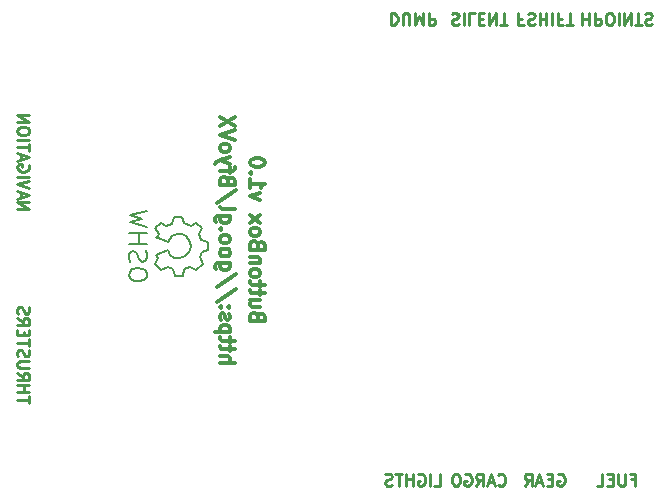
<source format=gbo>
G04 #@! TF.FileFunction,Legend,Bot*
%FSLAX46Y46*%
G04 Gerber Fmt 4.6, Leading zero omitted, Abs format (unit mm)*
G04 Created by KiCad (PCBNEW 4.0.1-stable) date 27/12/2015 00:21:34*
%MOMM*%
G01*
G04 APERTURE LIST*
%ADD10C,0.100000*%
%ADD11C,0.300000*%
%ADD12C,0.250000*%
%ADD13C,0.150000*%
G04 APERTURE END LIST*
D10*
D11*
X87318524Y-107385142D02*
X88568524Y-107385142D01*
X87318524Y-106849428D02*
X87973286Y-106849428D01*
X88092333Y-106908951D01*
X88151857Y-107027999D01*
X88151857Y-107206571D01*
X88092333Y-107325618D01*
X88032810Y-107385142D01*
X88151857Y-106432761D02*
X88151857Y-105956571D01*
X88568524Y-106254190D02*
X87497095Y-106254190D01*
X87378048Y-106194666D01*
X87318524Y-106075619D01*
X87318524Y-105956571D01*
X88151857Y-105718475D02*
X88151857Y-105242285D01*
X88568524Y-105539904D02*
X87497095Y-105539904D01*
X87378048Y-105480380D01*
X87318524Y-105361333D01*
X87318524Y-105242285D01*
X88151857Y-104825618D02*
X86901857Y-104825618D01*
X88092333Y-104825618D02*
X88151857Y-104706570D01*
X88151857Y-104468475D01*
X88092333Y-104349427D01*
X88032810Y-104289904D01*
X87913762Y-104230380D01*
X87556619Y-104230380D01*
X87437571Y-104289904D01*
X87378048Y-104349427D01*
X87318524Y-104468475D01*
X87318524Y-104706570D01*
X87378048Y-104825618D01*
X87378048Y-103754190D02*
X87318524Y-103635142D01*
X87318524Y-103397047D01*
X87378048Y-103277999D01*
X87497095Y-103218475D01*
X87556619Y-103218475D01*
X87675667Y-103277999D01*
X87735190Y-103397047D01*
X87735190Y-103575618D01*
X87794714Y-103694666D01*
X87913762Y-103754190D01*
X87973286Y-103754190D01*
X88092333Y-103694666D01*
X88151857Y-103575618D01*
X88151857Y-103397047D01*
X88092333Y-103277999D01*
X87437571Y-102682761D02*
X87378048Y-102623237D01*
X87318524Y-102682761D01*
X87378048Y-102742285D01*
X87437571Y-102682761D01*
X87318524Y-102682761D01*
X88092333Y-102682761D02*
X88032810Y-102623237D01*
X87973286Y-102682761D01*
X88032810Y-102742285D01*
X88092333Y-102682761D01*
X87973286Y-102682761D01*
X88628048Y-101194666D02*
X87020905Y-102266094D01*
X88628048Y-99885142D02*
X87020905Y-100956570D01*
X88151857Y-98932761D02*
X87139952Y-98932761D01*
X87020905Y-98992284D01*
X86961381Y-99051808D01*
X86901857Y-99170856D01*
X86901857Y-99349427D01*
X86961381Y-99468475D01*
X87378048Y-98932761D02*
X87318524Y-99051808D01*
X87318524Y-99289904D01*
X87378048Y-99408951D01*
X87437571Y-99468475D01*
X87556619Y-99527999D01*
X87913762Y-99527999D01*
X88032810Y-99468475D01*
X88092333Y-99408951D01*
X88151857Y-99289904D01*
X88151857Y-99051808D01*
X88092333Y-98932761D01*
X87318524Y-98158952D02*
X87378048Y-98277999D01*
X87437571Y-98337523D01*
X87556619Y-98397047D01*
X87913762Y-98397047D01*
X88032810Y-98337523D01*
X88092333Y-98277999D01*
X88151857Y-98158952D01*
X88151857Y-97980380D01*
X88092333Y-97861332D01*
X88032810Y-97801809D01*
X87913762Y-97742285D01*
X87556619Y-97742285D01*
X87437571Y-97801809D01*
X87378048Y-97861332D01*
X87318524Y-97980380D01*
X87318524Y-98158952D01*
X87318524Y-97028000D02*
X87378048Y-97147047D01*
X87437571Y-97206571D01*
X87556619Y-97266095D01*
X87913762Y-97266095D01*
X88032810Y-97206571D01*
X88092333Y-97147047D01*
X88151857Y-97028000D01*
X88151857Y-96849428D01*
X88092333Y-96730380D01*
X88032810Y-96670857D01*
X87913762Y-96611333D01*
X87556619Y-96611333D01*
X87437571Y-96670857D01*
X87378048Y-96730380D01*
X87318524Y-96849428D01*
X87318524Y-97028000D01*
X87437571Y-96075619D02*
X87378048Y-96016095D01*
X87318524Y-96075619D01*
X87378048Y-96135143D01*
X87437571Y-96075619D01*
X87318524Y-96075619D01*
X88151857Y-94944667D02*
X87139952Y-94944667D01*
X87020905Y-95004190D01*
X86961381Y-95063714D01*
X86901857Y-95182762D01*
X86901857Y-95361333D01*
X86961381Y-95480381D01*
X87378048Y-94944667D02*
X87318524Y-95063714D01*
X87318524Y-95301810D01*
X87378048Y-95420857D01*
X87437571Y-95480381D01*
X87556619Y-95539905D01*
X87913762Y-95539905D01*
X88032810Y-95480381D01*
X88092333Y-95420857D01*
X88151857Y-95301810D01*
X88151857Y-95063714D01*
X88092333Y-94944667D01*
X87318524Y-94170858D02*
X87378048Y-94289905D01*
X87497095Y-94349429D01*
X88568524Y-94349429D01*
X88628048Y-92801810D02*
X87020905Y-93873238D01*
X87973286Y-91968476D02*
X87913762Y-91789905D01*
X87854238Y-91730381D01*
X87735190Y-91670857D01*
X87556619Y-91670857D01*
X87437571Y-91730381D01*
X87378048Y-91789905D01*
X87318524Y-91908952D01*
X87318524Y-92385143D01*
X88568524Y-92385143D01*
X88568524Y-91968476D01*
X88509000Y-91849429D01*
X88449476Y-91789905D01*
X88330429Y-91730381D01*
X88211381Y-91730381D01*
X88092333Y-91789905D01*
X88032810Y-91849429D01*
X87973286Y-91968476D01*
X87973286Y-92385143D01*
X88151857Y-91313714D02*
X88151857Y-90837524D01*
X87318524Y-91135143D02*
X88389952Y-91135143D01*
X88509000Y-91075619D01*
X88568524Y-90956572D01*
X88568524Y-90837524D01*
X88151857Y-90539905D02*
X87318524Y-90242286D01*
X88151857Y-89944666D02*
X87318524Y-90242286D01*
X87020905Y-90361333D01*
X86961381Y-90420857D01*
X86901857Y-90539905D01*
X87318524Y-89289905D02*
X87378048Y-89408952D01*
X87437571Y-89468476D01*
X87556619Y-89528000D01*
X87913762Y-89528000D01*
X88032810Y-89468476D01*
X88092333Y-89408952D01*
X88151857Y-89289905D01*
X88151857Y-89111333D01*
X88092333Y-88992285D01*
X88032810Y-88932762D01*
X87913762Y-88873238D01*
X87556619Y-88873238D01*
X87437571Y-88932762D01*
X87378048Y-88992285D01*
X87318524Y-89111333D01*
X87318524Y-89289905D01*
X88568524Y-88516095D02*
X87318524Y-88099429D01*
X88568524Y-87682762D01*
X88568524Y-87385143D02*
X87318524Y-86551809D01*
X88568524Y-86551809D02*
X87318524Y-87385143D01*
X90513286Y-103486332D02*
X90453762Y-103307761D01*
X90394238Y-103248237D01*
X90275190Y-103188713D01*
X90096619Y-103188713D01*
X89977571Y-103248237D01*
X89918048Y-103307761D01*
X89858524Y-103426808D01*
X89858524Y-103902999D01*
X91108524Y-103902999D01*
X91108524Y-103486332D01*
X91049000Y-103367285D01*
X90989476Y-103307761D01*
X90870429Y-103248237D01*
X90751381Y-103248237D01*
X90632333Y-103307761D01*
X90572810Y-103367285D01*
X90513286Y-103486332D01*
X90513286Y-103902999D01*
X90691857Y-102117285D02*
X89858524Y-102117285D01*
X90691857Y-102652999D02*
X90037095Y-102652999D01*
X89918048Y-102593475D01*
X89858524Y-102474428D01*
X89858524Y-102295856D01*
X89918048Y-102176808D01*
X89977571Y-102117285D01*
X90691857Y-101700618D02*
X90691857Y-101224428D01*
X91108524Y-101522047D02*
X90037095Y-101522047D01*
X89918048Y-101462523D01*
X89858524Y-101343476D01*
X89858524Y-101224428D01*
X90691857Y-100986332D02*
X90691857Y-100510142D01*
X91108524Y-100807761D02*
X90037095Y-100807761D01*
X89918048Y-100748237D01*
X89858524Y-100629190D01*
X89858524Y-100510142D01*
X89858524Y-99914904D02*
X89918048Y-100033951D01*
X89977571Y-100093475D01*
X90096619Y-100152999D01*
X90453762Y-100152999D01*
X90572810Y-100093475D01*
X90632333Y-100033951D01*
X90691857Y-99914904D01*
X90691857Y-99736332D01*
X90632333Y-99617284D01*
X90572810Y-99557761D01*
X90453762Y-99498237D01*
X90096619Y-99498237D01*
X89977571Y-99557761D01*
X89918048Y-99617284D01*
X89858524Y-99736332D01*
X89858524Y-99914904D01*
X90691857Y-98962523D02*
X89858524Y-98962523D01*
X90572810Y-98962523D02*
X90632333Y-98902999D01*
X90691857Y-98783952D01*
X90691857Y-98605380D01*
X90632333Y-98486332D01*
X90513286Y-98426809D01*
X89858524Y-98426809D01*
X90513286Y-97414904D02*
X90453762Y-97236333D01*
X90394238Y-97176809D01*
X90275190Y-97117285D01*
X90096619Y-97117285D01*
X89977571Y-97176809D01*
X89918048Y-97236333D01*
X89858524Y-97355380D01*
X89858524Y-97831571D01*
X91108524Y-97831571D01*
X91108524Y-97414904D01*
X91049000Y-97295857D01*
X90989476Y-97236333D01*
X90870429Y-97176809D01*
X90751381Y-97176809D01*
X90632333Y-97236333D01*
X90572810Y-97295857D01*
X90513286Y-97414904D01*
X90513286Y-97831571D01*
X89858524Y-96403000D02*
X89918048Y-96522047D01*
X89977571Y-96581571D01*
X90096619Y-96641095D01*
X90453762Y-96641095D01*
X90572810Y-96581571D01*
X90632333Y-96522047D01*
X90691857Y-96403000D01*
X90691857Y-96224428D01*
X90632333Y-96105380D01*
X90572810Y-96045857D01*
X90453762Y-95986333D01*
X90096619Y-95986333D01*
X89977571Y-96045857D01*
X89918048Y-96105380D01*
X89858524Y-96224428D01*
X89858524Y-96403000D01*
X89858524Y-95569667D02*
X90691857Y-94914905D01*
X90691857Y-95569667D02*
X89858524Y-94914905D01*
X90691857Y-93605381D02*
X89858524Y-93307762D01*
X90691857Y-93010142D01*
X89858524Y-91879190D02*
X89858524Y-92593476D01*
X89858524Y-92236333D02*
X91108524Y-92236333D01*
X90929952Y-92355381D01*
X90810905Y-92474428D01*
X90751381Y-92593476D01*
X89977571Y-91343476D02*
X89918048Y-91283952D01*
X89858524Y-91343476D01*
X89918048Y-91403000D01*
X89977571Y-91343476D01*
X89858524Y-91343476D01*
X91108524Y-90510143D02*
X91108524Y-90391095D01*
X91049000Y-90272047D01*
X90989476Y-90212524D01*
X90870429Y-90153000D01*
X90632333Y-90093476D01*
X90334714Y-90093476D01*
X90096619Y-90153000D01*
X89977571Y-90212524D01*
X89918048Y-90272047D01*
X89858524Y-90391095D01*
X89858524Y-90510143D01*
X89918048Y-90629190D01*
X89977571Y-90688714D01*
X90096619Y-90748238D01*
X90334714Y-90807762D01*
X90632333Y-90807762D01*
X90870429Y-90748238D01*
X90989476Y-90688714D01*
X91049000Y-90629190D01*
X91108524Y-90510143D01*
D12*
X71159619Y-110799048D02*
X71159619Y-110227619D01*
X70159619Y-110513334D02*
X71159619Y-110513334D01*
X70159619Y-109894286D02*
X71159619Y-109894286D01*
X70683429Y-109894286D02*
X70683429Y-109322857D01*
X70159619Y-109322857D02*
X71159619Y-109322857D01*
X70159619Y-108275238D02*
X70635810Y-108608572D01*
X70159619Y-108846667D02*
X71159619Y-108846667D01*
X71159619Y-108465714D01*
X71112000Y-108370476D01*
X71064381Y-108322857D01*
X70969143Y-108275238D01*
X70826286Y-108275238D01*
X70731048Y-108322857D01*
X70683429Y-108370476D01*
X70635810Y-108465714D01*
X70635810Y-108846667D01*
X71159619Y-107846667D02*
X70350095Y-107846667D01*
X70254857Y-107799048D01*
X70207238Y-107751429D01*
X70159619Y-107656191D01*
X70159619Y-107465714D01*
X70207238Y-107370476D01*
X70254857Y-107322857D01*
X70350095Y-107275238D01*
X71159619Y-107275238D01*
X70207238Y-106846667D02*
X70159619Y-106703810D01*
X70159619Y-106465714D01*
X70207238Y-106370476D01*
X70254857Y-106322857D01*
X70350095Y-106275238D01*
X70445333Y-106275238D01*
X70540571Y-106322857D01*
X70588190Y-106370476D01*
X70635810Y-106465714D01*
X70683429Y-106656191D01*
X70731048Y-106751429D01*
X70778667Y-106799048D01*
X70873905Y-106846667D01*
X70969143Y-106846667D01*
X71064381Y-106799048D01*
X71112000Y-106751429D01*
X71159619Y-106656191D01*
X71159619Y-106418095D01*
X71112000Y-106275238D01*
X71159619Y-105989524D02*
X71159619Y-105418095D01*
X70159619Y-105703810D02*
X71159619Y-105703810D01*
X70683429Y-105084762D02*
X70683429Y-104751428D01*
X70159619Y-104608571D02*
X70159619Y-105084762D01*
X71159619Y-105084762D01*
X71159619Y-104608571D01*
X70159619Y-103608571D02*
X70635810Y-103941905D01*
X70159619Y-104180000D02*
X71159619Y-104180000D01*
X71159619Y-103799047D01*
X71112000Y-103703809D01*
X71064381Y-103656190D01*
X70969143Y-103608571D01*
X70826286Y-103608571D01*
X70731048Y-103656190D01*
X70683429Y-103703809D01*
X70635810Y-103799047D01*
X70635810Y-104180000D01*
X70207238Y-103227619D02*
X70159619Y-103084762D01*
X70159619Y-102846666D01*
X70207238Y-102751428D01*
X70254857Y-102703809D01*
X70350095Y-102656190D01*
X70445333Y-102656190D01*
X70540571Y-102703809D01*
X70588190Y-102751428D01*
X70635810Y-102846666D01*
X70683429Y-103037143D01*
X70731048Y-103132381D01*
X70778667Y-103180000D01*
X70873905Y-103227619D01*
X70969143Y-103227619D01*
X71064381Y-103180000D01*
X71112000Y-103132381D01*
X71159619Y-103037143D01*
X71159619Y-102799047D01*
X71112000Y-102656190D01*
X70159619Y-94400190D02*
X71159619Y-94400190D01*
X70159619Y-93828761D01*
X71159619Y-93828761D01*
X70445333Y-93400190D02*
X70445333Y-92923999D01*
X70159619Y-93495428D02*
X71159619Y-93162095D01*
X70159619Y-92828761D01*
X71159619Y-92638285D02*
X70159619Y-92304952D01*
X71159619Y-91971618D01*
X70159619Y-91638285D02*
X71159619Y-91638285D01*
X71112000Y-90638285D02*
X71159619Y-90733523D01*
X71159619Y-90876380D01*
X71112000Y-91019238D01*
X71016762Y-91114476D01*
X70921524Y-91162095D01*
X70731048Y-91209714D01*
X70588190Y-91209714D01*
X70397714Y-91162095D01*
X70302476Y-91114476D01*
X70207238Y-91019238D01*
X70159619Y-90876380D01*
X70159619Y-90781142D01*
X70207238Y-90638285D01*
X70254857Y-90590666D01*
X70588190Y-90590666D01*
X70588190Y-90781142D01*
X70445333Y-90209714D02*
X70445333Y-89733523D01*
X70159619Y-90304952D02*
X71159619Y-89971619D01*
X70159619Y-89638285D01*
X71159619Y-89447809D02*
X71159619Y-88876380D01*
X70159619Y-89162095D02*
X71159619Y-89162095D01*
X70159619Y-88543047D02*
X71159619Y-88543047D01*
X71159619Y-87876381D02*
X71159619Y-87685904D01*
X71112000Y-87590666D01*
X71016762Y-87495428D01*
X70826286Y-87447809D01*
X70492952Y-87447809D01*
X70302476Y-87495428D01*
X70207238Y-87590666D01*
X70159619Y-87685904D01*
X70159619Y-87876381D01*
X70207238Y-87971619D01*
X70302476Y-88066857D01*
X70492952Y-88114476D01*
X70826286Y-88114476D01*
X71016762Y-88066857D01*
X71112000Y-87971619D01*
X71159619Y-87876381D01*
X70159619Y-87019238D02*
X71159619Y-87019238D01*
X70159619Y-86447809D01*
X71159619Y-86447809D01*
X101774857Y-77779619D02*
X101774857Y-78779619D01*
X102012952Y-78779619D01*
X102155810Y-78732000D01*
X102251048Y-78636762D01*
X102298667Y-78541524D01*
X102346286Y-78351048D01*
X102346286Y-78208190D01*
X102298667Y-78017714D01*
X102251048Y-77922476D01*
X102155810Y-77827238D01*
X102012952Y-77779619D01*
X101774857Y-77779619D01*
X102774857Y-78779619D02*
X102774857Y-77970095D01*
X102822476Y-77874857D01*
X102870095Y-77827238D01*
X102965333Y-77779619D01*
X103155810Y-77779619D01*
X103251048Y-77827238D01*
X103298667Y-77874857D01*
X103346286Y-77970095D01*
X103346286Y-78779619D01*
X103822476Y-77779619D02*
X103822476Y-78779619D01*
X104155810Y-78065333D01*
X104489143Y-78779619D01*
X104489143Y-77779619D01*
X104965333Y-77779619D02*
X104965333Y-78779619D01*
X105346286Y-78779619D01*
X105441524Y-78732000D01*
X105489143Y-78684381D01*
X105536762Y-78589143D01*
X105536762Y-78446286D01*
X105489143Y-78351048D01*
X105441524Y-78303429D01*
X105346286Y-78255810D01*
X104965333Y-78255810D01*
X106934286Y-77827238D02*
X107077143Y-77779619D01*
X107315239Y-77779619D01*
X107410477Y-77827238D01*
X107458096Y-77874857D01*
X107505715Y-77970095D01*
X107505715Y-78065333D01*
X107458096Y-78160571D01*
X107410477Y-78208190D01*
X107315239Y-78255810D01*
X107124762Y-78303429D01*
X107029524Y-78351048D01*
X106981905Y-78398667D01*
X106934286Y-78493905D01*
X106934286Y-78589143D01*
X106981905Y-78684381D01*
X107029524Y-78732000D01*
X107124762Y-78779619D01*
X107362858Y-78779619D01*
X107505715Y-78732000D01*
X107934286Y-77779619D02*
X107934286Y-78779619D01*
X108886667Y-77779619D02*
X108410476Y-77779619D01*
X108410476Y-78779619D01*
X109220000Y-78303429D02*
X109553334Y-78303429D01*
X109696191Y-77779619D02*
X109220000Y-77779619D01*
X109220000Y-78779619D01*
X109696191Y-78779619D01*
X110124762Y-77779619D02*
X110124762Y-78779619D01*
X110696191Y-77779619D01*
X110696191Y-78779619D01*
X111029524Y-78779619D02*
X111600953Y-78779619D01*
X111315238Y-77779619D02*
X111315238Y-78779619D01*
X112903239Y-78303429D02*
X112569905Y-78303429D01*
X112569905Y-77779619D02*
X112569905Y-78779619D01*
X113046096Y-78779619D01*
X113379429Y-77827238D02*
X113522286Y-77779619D01*
X113760382Y-77779619D01*
X113855620Y-77827238D01*
X113903239Y-77874857D01*
X113950858Y-77970095D01*
X113950858Y-78065333D01*
X113903239Y-78160571D01*
X113855620Y-78208190D01*
X113760382Y-78255810D01*
X113569905Y-78303429D01*
X113474667Y-78351048D01*
X113427048Y-78398667D01*
X113379429Y-78493905D01*
X113379429Y-78589143D01*
X113427048Y-78684381D01*
X113474667Y-78732000D01*
X113569905Y-78779619D01*
X113808001Y-78779619D01*
X113950858Y-78732000D01*
X114379429Y-77779619D02*
X114379429Y-78779619D01*
X114379429Y-78303429D02*
X114950858Y-78303429D01*
X114950858Y-77779619D02*
X114950858Y-78779619D01*
X115427048Y-77779619D02*
X115427048Y-78779619D01*
X116236572Y-78303429D02*
X115903238Y-78303429D01*
X115903238Y-77779619D02*
X115903238Y-78779619D01*
X116379429Y-78779619D01*
X116617524Y-78779619D02*
X117188953Y-78779619D01*
X116903238Y-77779619D02*
X116903238Y-78779619D01*
X117975429Y-77779619D02*
X117975429Y-78779619D01*
X117975429Y-78303429D02*
X118546858Y-78303429D01*
X118546858Y-77779619D02*
X118546858Y-78779619D01*
X119023048Y-77779619D02*
X119023048Y-78779619D01*
X119404001Y-78779619D01*
X119499239Y-78732000D01*
X119546858Y-78684381D01*
X119594477Y-78589143D01*
X119594477Y-78446286D01*
X119546858Y-78351048D01*
X119499239Y-78303429D01*
X119404001Y-78255810D01*
X119023048Y-78255810D01*
X120213524Y-78779619D02*
X120404001Y-78779619D01*
X120499239Y-78732000D01*
X120594477Y-78636762D01*
X120642096Y-78446286D01*
X120642096Y-78112952D01*
X120594477Y-77922476D01*
X120499239Y-77827238D01*
X120404001Y-77779619D01*
X120213524Y-77779619D01*
X120118286Y-77827238D01*
X120023048Y-77922476D01*
X119975429Y-78112952D01*
X119975429Y-78446286D01*
X120023048Y-78636762D01*
X120118286Y-78732000D01*
X120213524Y-78779619D01*
X121070667Y-77779619D02*
X121070667Y-78779619D01*
X121546857Y-77779619D02*
X121546857Y-78779619D01*
X122118286Y-77779619D01*
X122118286Y-78779619D01*
X122451619Y-78779619D02*
X123023048Y-78779619D01*
X122737333Y-77779619D02*
X122737333Y-78779619D01*
X123308762Y-77827238D02*
X123451619Y-77779619D01*
X123689715Y-77779619D01*
X123784953Y-77827238D01*
X123832572Y-77874857D01*
X123880191Y-77970095D01*
X123880191Y-78065333D01*
X123832572Y-78160571D01*
X123784953Y-78208190D01*
X123689715Y-78255810D01*
X123499238Y-78303429D01*
X123404000Y-78351048D01*
X123356381Y-78398667D01*
X123308762Y-78493905D01*
X123308762Y-78589143D01*
X123356381Y-78684381D01*
X123404000Y-78732000D01*
X123499238Y-78779619D01*
X123737334Y-78779619D01*
X123880191Y-78732000D01*
X122142095Y-117276571D02*
X122475429Y-117276571D01*
X122475429Y-117800381D02*
X122475429Y-116800381D01*
X121999238Y-116800381D01*
X121618286Y-116800381D02*
X121618286Y-117609905D01*
X121570667Y-117705143D01*
X121523048Y-117752762D01*
X121427810Y-117800381D01*
X121237333Y-117800381D01*
X121142095Y-117752762D01*
X121094476Y-117705143D01*
X121046857Y-117609905D01*
X121046857Y-116800381D01*
X120570667Y-117276571D02*
X120237333Y-117276571D01*
X120094476Y-117800381D02*
X120570667Y-117800381D01*
X120570667Y-116800381D01*
X120094476Y-116800381D01*
X119189714Y-117800381D02*
X119665905Y-117800381D01*
X119665905Y-116800381D01*
X115927047Y-116848000D02*
X116022285Y-116800381D01*
X116165142Y-116800381D01*
X116308000Y-116848000D01*
X116403238Y-116943238D01*
X116450857Y-117038476D01*
X116498476Y-117228952D01*
X116498476Y-117371810D01*
X116450857Y-117562286D01*
X116403238Y-117657524D01*
X116308000Y-117752762D01*
X116165142Y-117800381D01*
X116069904Y-117800381D01*
X115927047Y-117752762D01*
X115879428Y-117705143D01*
X115879428Y-117371810D01*
X116069904Y-117371810D01*
X115450857Y-117276571D02*
X115117523Y-117276571D01*
X114974666Y-117800381D02*
X115450857Y-117800381D01*
X115450857Y-116800381D01*
X114974666Y-116800381D01*
X114593714Y-117514667D02*
X114117523Y-117514667D01*
X114688952Y-117800381D02*
X114355619Y-116800381D01*
X114022285Y-117800381D01*
X113117523Y-117800381D02*
X113450857Y-117324190D01*
X113688952Y-117800381D02*
X113688952Y-116800381D01*
X113307999Y-116800381D01*
X113212761Y-116848000D01*
X113165142Y-116895619D01*
X113117523Y-116990857D01*
X113117523Y-117133714D01*
X113165142Y-117228952D01*
X113212761Y-117276571D01*
X113307999Y-117324190D01*
X113688952Y-117324190D01*
X110862857Y-117705143D02*
X110910476Y-117752762D01*
X111053333Y-117800381D01*
X111148571Y-117800381D01*
X111291429Y-117752762D01*
X111386667Y-117657524D01*
X111434286Y-117562286D01*
X111481905Y-117371810D01*
X111481905Y-117228952D01*
X111434286Y-117038476D01*
X111386667Y-116943238D01*
X111291429Y-116848000D01*
X111148571Y-116800381D01*
X111053333Y-116800381D01*
X110910476Y-116848000D01*
X110862857Y-116895619D01*
X110481905Y-117514667D02*
X110005714Y-117514667D01*
X110577143Y-117800381D02*
X110243810Y-116800381D01*
X109910476Y-117800381D01*
X109005714Y-117800381D02*
X109339048Y-117324190D01*
X109577143Y-117800381D02*
X109577143Y-116800381D01*
X109196190Y-116800381D01*
X109100952Y-116848000D01*
X109053333Y-116895619D01*
X109005714Y-116990857D01*
X109005714Y-117133714D01*
X109053333Y-117228952D01*
X109100952Y-117276571D01*
X109196190Y-117324190D01*
X109577143Y-117324190D01*
X108053333Y-116848000D02*
X108148571Y-116800381D01*
X108291428Y-116800381D01*
X108434286Y-116848000D01*
X108529524Y-116943238D01*
X108577143Y-117038476D01*
X108624762Y-117228952D01*
X108624762Y-117371810D01*
X108577143Y-117562286D01*
X108529524Y-117657524D01*
X108434286Y-117752762D01*
X108291428Y-117800381D01*
X108196190Y-117800381D01*
X108053333Y-117752762D01*
X108005714Y-117705143D01*
X108005714Y-117371810D01*
X108196190Y-117371810D01*
X107386667Y-116800381D02*
X107196190Y-116800381D01*
X107100952Y-116848000D01*
X107005714Y-116943238D01*
X106958095Y-117133714D01*
X106958095Y-117467048D01*
X107005714Y-117657524D01*
X107100952Y-117752762D01*
X107196190Y-117800381D01*
X107386667Y-117800381D01*
X107481905Y-117752762D01*
X107577143Y-117657524D01*
X107624762Y-117467048D01*
X107624762Y-117133714D01*
X107577143Y-116943238D01*
X107481905Y-116848000D01*
X107386667Y-116800381D01*
X105441523Y-117800381D02*
X105917714Y-117800381D01*
X105917714Y-116800381D01*
X105108190Y-117800381D02*
X105108190Y-116800381D01*
X104108190Y-116848000D02*
X104203428Y-116800381D01*
X104346285Y-116800381D01*
X104489143Y-116848000D01*
X104584381Y-116943238D01*
X104632000Y-117038476D01*
X104679619Y-117228952D01*
X104679619Y-117371810D01*
X104632000Y-117562286D01*
X104584381Y-117657524D01*
X104489143Y-117752762D01*
X104346285Y-117800381D01*
X104251047Y-117800381D01*
X104108190Y-117752762D01*
X104060571Y-117705143D01*
X104060571Y-117371810D01*
X104251047Y-117371810D01*
X103632000Y-117800381D02*
X103632000Y-116800381D01*
X103632000Y-117276571D02*
X103060571Y-117276571D01*
X103060571Y-117800381D02*
X103060571Y-116800381D01*
X102727238Y-116800381D02*
X102155809Y-116800381D01*
X102441524Y-117800381D02*
X102441524Y-116800381D01*
X101870095Y-117752762D02*
X101727238Y-117800381D01*
X101489142Y-117800381D01*
X101393904Y-117752762D01*
X101346285Y-117705143D01*
X101298666Y-117609905D01*
X101298666Y-117514667D01*
X101346285Y-117419429D01*
X101393904Y-117371810D01*
X101489142Y-117324190D01*
X101679619Y-117276571D01*
X101774857Y-117228952D01*
X101822476Y-117181333D01*
X101870095Y-117086095D01*
X101870095Y-116990857D01*
X101822476Y-116895619D01*
X101774857Y-116848000D01*
X101679619Y-116800381D01*
X101441523Y-116800381D01*
X101298666Y-116848000D01*
D13*
X81130140Y-95867220D02*
X79659480Y-95506540D01*
X79659480Y-95506540D02*
X80721200Y-95227140D01*
X80721200Y-95227140D02*
X79649320Y-94917260D01*
X79649320Y-94917260D02*
X81099660Y-94576900D01*
X80439260Y-97287080D02*
X80449420Y-96497140D01*
X80449420Y-96497140D02*
X80439260Y-96486980D01*
X80439260Y-96486980D02*
X80449420Y-96486980D01*
X81160620Y-96446340D02*
X79618840Y-96446340D01*
X81170780Y-97335340D02*
X79601060Y-97335340D01*
X79601060Y-97335340D02*
X79611220Y-97325180D01*
X81069180Y-97886520D02*
X81150460Y-98237040D01*
X81150460Y-98237040D02*
X81160620Y-98557080D01*
X81160620Y-98557080D02*
X80959960Y-98795840D01*
X80959960Y-98795840D02*
X80690720Y-98826320D01*
X80690720Y-98826320D02*
X80449420Y-98585020D01*
X80449420Y-98585020D02*
X80319880Y-98196400D01*
X80319880Y-98196400D02*
X80159860Y-98016060D01*
X80159860Y-98016060D02*
X79860140Y-97975420D01*
X79860140Y-97975420D02*
X79639160Y-98206560D01*
X79639160Y-98206560D02*
X79611220Y-98526600D01*
X79611220Y-98526600D02*
X79720440Y-98877120D01*
X81170780Y-99915980D02*
X81150460Y-100164900D01*
X81150460Y-100164900D02*
X80909160Y-100406200D01*
X80909160Y-100406200D02*
X80418940Y-100495100D01*
X80418940Y-100495100D02*
X80070960Y-100467160D01*
X80070960Y-100467160D02*
X79750920Y-100266500D01*
X79750920Y-100266500D02*
X79629000Y-100015040D01*
X79629000Y-100015040D02*
X79700120Y-99705160D01*
X79700120Y-99705160D02*
X79880460Y-99486720D01*
X79880460Y-99486720D02*
X80340200Y-99415600D01*
X80340200Y-99415600D02*
X80749140Y-99466400D01*
X80749140Y-99466400D02*
X81031080Y-99575620D01*
X81031080Y-99575620D02*
X81160620Y-99936300D01*
X82890360Y-99316540D02*
X82329020Y-99575620D01*
X82329020Y-99575620D02*
X81810860Y-99037140D01*
X81810860Y-99037140D02*
X82080100Y-98516440D01*
X82080100Y-98516440D02*
X81920080Y-98237040D01*
X81940400Y-96796860D02*
X82130900Y-96466660D01*
X82130900Y-96466660D02*
X81800700Y-96027240D01*
X81800700Y-96027240D02*
X82290920Y-95554800D01*
X82290920Y-95554800D02*
X82770980Y-95836740D01*
X82770980Y-95836740D02*
X83240880Y-95646240D01*
X83240880Y-95646240D02*
X83428840Y-95036640D01*
X83428840Y-95036640D02*
X84109560Y-95036640D01*
X84109560Y-95036640D02*
X84249260Y-95595440D01*
X84249260Y-95595440D02*
X84820760Y-95796100D01*
X84820760Y-95796100D02*
X85290660Y-95526860D01*
X85290660Y-95526860D02*
X85801200Y-95996760D01*
X85801200Y-95996760D02*
X85539580Y-96514920D01*
X85539580Y-96514920D02*
X85740240Y-96984820D01*
X85740240Y-96984820D02*
X86281260Y-97155000D01*
X86281260Y-97155000D02*
X86299040Y-97845880D01*
X86299040Y-97845880D02*
X85750400Y-98056700D01*
X85750400Y-98056700D02*
X85580220Y-98475800D01*
X85580220Y-98475800D02*
X85849460Y-99026980D01*
X85849460Y-99026980D02*
X85321140Y-99545140D01*
X85321140Y-99545140D02*
X84780120Y-99296220D01*
X84780120Y-99296220D02*
X84300060Y-99466400D01*
X84300060Y-99466400D02*
X84201000Y-100015040D01*
X84201000Y-100015040D02*
X83499960Y-100025200D01*
X83499960Y-100025200D02*
X83299300Y-99466400D01*
X83299300Y-99466400D02*
X82900520Y-99326700D01*
X82920840Y-97185480D02*
X83070700Y-96885760D01*
X83070700Y-96885760D02*
X83268820Y-96685100D01*
X83268820Y-96685100D02*
X83670140Y-96535240D01*
X83670140Y-96535240D02*
X84068920Y-96535240D01*
X84068920Y-96535240D02*
X84419440Y-96685100D01*
X84419440Y-96685100D02*
X84769960Y-97137220D01*
X84769960Y-97137220D02*
X84820760Y-97586800D01*
X84820760Y-97586800D02*
X84719160Y-97985580D01*
X84719160Y-97985580D02*
X84371180Y-98386900D01*
X84371180Y-98386900D02*
X83919060Y-98536760D01*
X83919060Y-98536760D02*
X83421220Y-98485960D01*
X83421220Y-98485960D02*
X83118960Y-98237040D01*
X83118960Y-98237040D02*
X82920840Y-97886520D01*
X82920840Y-97886520D02*
X81920080Y-98237040D01*
X82920840Y-97185480D02*
X81920080Y-96786700D01*
M02*

</source>
